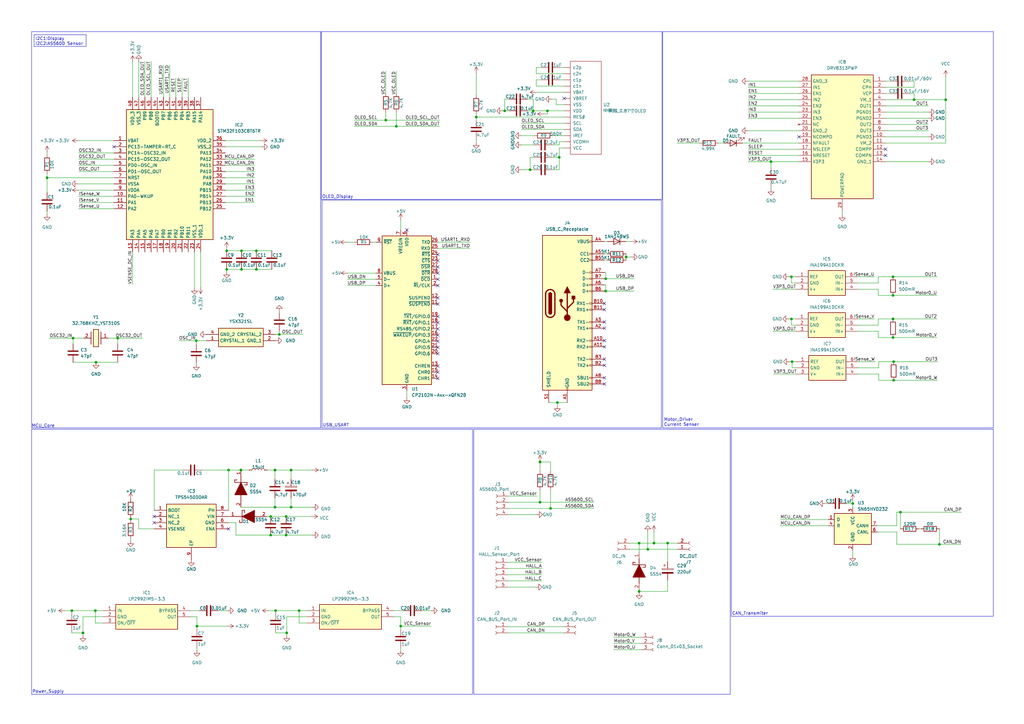
<source format=kicad_sch>
(kicad_sch (version 20230121) (generator eeschema)
  (paper "A3")
  (junction (at 221.488 189.484))
  (junction (at 366.268 130.81))
  (junction (at 349.758 206.502))
  (junction (at 217.424 69.596))
  (junction (at 29.972 138.684))
  (junction (at 164.338 256.794))
  (junction (at 119.38 208.026))
  (junction (at 324.612 113.538))
  (junction (at 117.348 219.456))
  (junction (at 105.156 110.49))
  (junction (at 221.488 205.994))
  (junction (at 162.56 51.816))
  (junction (at 80.772 256.794))
  (junction (at 98.806 192.786))
  (junction (at 366.268 121.158))
  (junction (at 92.964 110.49))
  (junction (at 228.6 165.1))
  (junction (at 366.522 155.956))
  (junction (at 158.242 49.276))
  (junction (at 112.776 192.786))
  (junction (at 110.998 219.456))
  (junction (at 39.116 250.444))
  (junction (at 112.776 208.026))
  (junction (at 218.694 45.466))
  (junction (at 324.612 130.81))
  (junction (at 114.554 137.16))
  (junction (at 34.036 259.588))
  (junction (at 122.682 250.444))
  (junction (at 195.326 48.006))
  (junction (at 110.998 211.836))
  (junction (at 29.464 250.444))
  (junction (at 256.794 105.41))
  (junction (at 92.964 102.87))
  (junction (at 117.602 259.588))
  (junction (at 119.38 192.786))
  (junction (at 385.318 223.266))
  (junction (at 99.06 110.49))
  (junction (at 366.268 113.538))
  (junction (at 117.348 211.836))
  (junction (at 224.536 45.466))
  (junction (at 53.594 212.852))
  (junction (at 262.128 222.758))
  (junction (at 207.01 45.466))
  (junction (at 80.518 139.7))
  (junction (at 39.37 148.59))
  (junction (at 316.23 66.294))
  (junction (at 99.06 102.87))
  (junction (at 387.858 40.894))
  (junction (at 105.156 102.87))
  (junction (at 19.304 72.898))
  (junction (at 366.522 148.336))
  (junction (at 366.268 138.43))
  (junction (at 273.812 222.758))
  (junction (at 262.128 242.57))
  (junction (at 324.866 148.336))
  (junction (at 374.904 40.894))
  (junction (at 48.26 138.684))
  (junction (at 268.224 222.758))
  (junction (at 113.03 250.444))
  (junction (at 265.684 225.298))
  (junction (at 369.316 210.058))
  (junction (at 93.726 192.786))
  (junction (at 225.806 208.534))
  (junction (at 229.362 64.516))
  (junction (at 248.412 114.3))
  (junction (at 248.412 119.38))
  (no_connect (at 247.904 132.08))
  (no_connect (at 179.578 155.194))
  (no_connect (at 179.578 124.714))
  (no_connect (at 166.878 94.234))
  (no_connect (at 247.904 157.48))
  (no_connect (at 179.578 112.014))
  (no_connect (at 179.578 145.034))
  (no_connect (at 179.578 142.494))
  (no_connect (at 327.66 56.134))
  (no_connect (at 179.578 114.554))
  (no_connect (at 363.22 63.754))
  (no_connect (at 93.726 216.916))
  (no_connect (at 63.246 211.836))
  (no_connect (at 179.578 104.394))
  (no_connect (at 179.578 117.094))
  (no_connect (at 179.578 106.934))
  (no_connect (at 247.904 124.46))
  (no_connect (at 247.904 149.86))
  (no_connect (at 179.578 109.474))
  (no_connect (at 179.578 134.874))
  (no_connect (at 179.578 152.654))
  (no_connect (at 63.246 214.376))
  (no_connect (at 247.904 127))
  (no_connect (at 247.904 139.7))
  (no_connect (at 363.22 61.214))
  (no_connect (at 179.578 132.334))
  (no_connect (at 179.578 139.954))
  (no_connect (at 231.394 40.386))
  (no_connect (at 179.578 129.794))
  (no_connect (at 179.578 137.414))
  (no_connect (at 247.904 147.32))
  (no_connect (at 46.736 60.198))
  (no_connect (at 247.904 142.24))
  (no_connect (at 247.904 154.94))
  (no_connect (at 179.578 122.174))
  (no_connect (at 247.904 134.62))
  (no_connect (at 179.578 150.114))
  (wire (pts (xy 372.872 38.354) (xy 374.904 38.354)))
  (wire (pts (xy 208.788 40.64) (xy 207.01 40.64)))
  (wire (pts (xy 366.268 130.81) (xy 384.302 130.81)))
  (wire (pts (xy 265.684 225.298) (xy 277.876 225.298)))
  (wire (pts (xy 363.22 58.674) (xy 387.858 58.674)))
  (wire (pts (xy 249.174 104.14) (xy 247.904 104.14)))
  (wire (pts (xy 195.326 29.972) (xy 195.326 39.116)))
  (wire (pts (xy 380.746 45.974) (xy 363.22 45.974)))
  (wire (pts (xy 251.714 261.366) (xy 262.89 261.366)))
  (wire (pts (xy 306.832 38.354) (xy 327.66 38.354)))
  (wire (pts (xy 92.964 101.854) (xy 92.964 102.87)))
  (wire (pts (xy 80.518 139.7) (xy 73.406 139.7)))
  (wire (pts (xy 306.832 35.814) (xy 327.66 35.814)))
  (wire (pts (xy 105.156 110.49) (xy 111.506 110.49)))
  (wire (pts (xy 84.582 139.7) (xy 80.518 139.7)))
  (wire (pts (xy 61.976 25.146) (xy 61.976 39.878)))
  (wire (pts (xy 69.596 39.878) (xy 69.596 26.67)))
  (wire (pts (xy 19.304 72.898) (xy 46.736 72.898)))
  (wire (pts (xy 96.774 219.456) (xy 110.998 219.456)))
  (wire (pts (xy 109.728 192.786) (xy 112.776 192.786)))
  (wire (pts (xy 208.534 208.534) (xy 225.806 208.534)))
  (wire (pts (xy 53.594 221.742) (xy 53.594 220.98)))
  (wire (pts (xy 29.464 250.444) (xy 39.116 250.444)))
  (wire (pts (xy 48.26 138.684) (xy 44.45 138.684)))
  (wire (pts (xy 256.794 105.41) (xy 256.794 106.68)))
  (wire (pts (xy 251.714 266.446) (xy 262.89 266.446)))
  (wire (pts (xy 125.984 252.984) (xy 117.602 252.984)))
  (wire (pts (xy 268.224 218.186) (xy 268.224 222.758)))
  (wire (pts (xy 324.612 113.538) (xy 326.39 113.538)))
  (wire (pts (xy 360.426 155.956) (xy 366.522 155.956)))
  (wire (pts (xy 208.534 203.454) (xy 220.218 203.454)))
  (wire (pts (xy 316.23 66.294) (xy 327.66 66.294)))
  (wire (pts (xy 122.682 250.444) (xy 125.984 250.444)))
  (wire (pts (xy 221.996 27.686) (xy 219.964 27.686)))
  (wire (pts (xy 247.904 99.06) (xy 249.174 99.06)))
  (wire (pts (xy 248.412 116.84) (xy 248.412 119.38)))
  (wire (pts (xy 247.904 111.76) (xy 248.412 111.76)))
  (wire (pts (xy 145.288 49.276) (xy 158.242 49.276)))
  (wire (pts (xy 367.792 215.646) (xy 359.918 215.646)))
  (wire (pts (xy 161.544 252.984) (xy 164.338 252.984)))
  (wire (pts (xy 109.474 211.836) (xy 110.998 211.836)))
  (wire (pts (xy 74.676 32.004) (xy 74.676 39.878)))
  (wire (pts (xy 164.338 256.794) (xy 164.338 258.064)))
  (wire (pts (xy 306.832 33.274) (xy 327.66 33.274)))
  (wire (pts (xy 228.092 40.64) (xy 228.092 42.926)))
  (wire (pts (xy 164.338 90.17) (xy 164.338 94.234)))
  (wire (pts (xy 317.246 153.416) (xy 326.644 153.416)))
  (wire (pts (xy 367.792 218.186) (xy 367.792 223.266)))
  (wire (pts (xy 262.128 243.078) (xy 262.128 242.57)))
  (wire (pts (xy 224.536 46.736) (xy 224.536 45.466)))
  (wire (pts (xy 32.258 85.598) (xy 46.736 85.598)))
  (wire (pts (xy 179.578 101.854) (xy 192.786 101.854)))
  (wire (pts (xy 104.394 77.978) (xy 92.456 77.978)))
  (wire (pts (xy 104.394 75.438) (xy 92.456 75.438)))
  (wire (pts (xy 262.128 222.758) (xy 268.224 222.758)))
  (wire (pts (xy 165.354 250.444) (xy 161.544 250.444)))
  (wire (pts (xy 316.23 77.47) (xy 316.23 76.454)))
  (wire (pts (xy 225.806 200.914) (xy 225.806 208.534)))
  (wire (pts (xy 349.758 205.232) (xy 349.758 206.502)))
  (wire (pts (xy 273.812 222.758) (xy 273.812 230.378)))
  (wire (pts (xy 218.694 45.466) (xy 224.536 45.466)))
  (wire (pts (xy 92.964 111.506) (xy 92.964 110.49)))
  (wire (pts (xy 112.776 208.026) (xy 119.38 208.026)))
  (wire (pts (xy 195.326 46.736) (xy 195.326 48.006)))
  (wire (pts (xy 306.832 40.894) (xy 327.66 40.894)))
  (wire (pts (xy 273.812 237.998) (xy 273.812 242.57)))
  (wire (pts (xy 262.128 242.57) (xy 262.128 241.808)))
  (wire (pts (xy 365.252 33.274) (xy 363.22 33.274)))
  (wire (pts (xy 387.858 31.496) (xy 387.858 40.894)))
  (wire (pts (xy 304.546 58.674) (xy 327.66 58.674)))
  (wire (pts (xy 294.64 58.674) (xy 296.926 58.674)))
  (wire (pts (xy 226.568 59.436) (xy 229.362 59.436)))
  (wire (pts (xy 360.172 135.89) (xy 360.172 138.43)))
  (wire (pts (xy 226.822 55.626) (xy 231.394 55.626)))
  (wire (pts (xy 351.79 130.81) (xy 358.648 130.81)))
  (wire (pts (xy 67.056 39.878) (xy 67.056 26.67)))
  (wire (pts (xy 363.22 56.134) (xy 380.746 56.134)))
  (wire (pts (xy 385.318 223.266) (xy 394.208 223.266)))
  (wire (pts (xy 113.03 137.16) (xy 114.554 137.16)))
  (wire (pts (xy 219.964 27.686) (xy 219.964 30.226)))
  (wire (pts (xy 63.246 216.916) (xy 56.896 216.916)))
  (wire (pts (xy 32.258 67.818) (xy 46.736 67.818)))
  (wire (pts (xy 93.726 192.786) (xy 82.804 192.786)))
  (wire (pts (xy 229.616 27.686) (xy 231.394 27.686)))
  (wire (pts (xy 72.136 32.004) (xy 72.136 39.878)))
  (wire (pts (xy 80.772 266.7) (xy 80.772 265.684)))
  (wire (pts (xy 360.172 130.81) (xy 366.268 130.81)))
  (wire (pts (xy 217.424 64.516) (xy 217.424 69.596)))
  (wire (pts (xy 221.488 189.484) (xy 225.806 189.484)))
  (wire (pts (xy 258.318 222.758) (xy 262.128 222.758)))
  (wire (pts (xy 19.304 87.884) (xy 19.304 86.614)))
  (wire (pts (xy 154.178 117.094) (xy 142.494 117.094)))
  (wire (pts (xy 360.172 113.538) (xy 366.268 113.538)))
  (wire (pts (xy 316.992 118.618) (xy 326.39 118.618)))
  (wire (pts (xy 316.23 66.294) (xy 316.23 68.834)))
  (wire (pts (xy 320.04 213.106) (xy 339.598 213.106)))
  (wire (pts (xy 347.218 206.502) (xy 349.758 206.502)))
  (wire (pts (xy 117.348 219.456) (xy 128.016 219.456)))
  (wire (pts (xy 248.412 119.38) (xy 247.904 119.38)))
  (wire (pts (xy 268.224 222.758) (xy 273.812 222.758)))
  (wire (pts (xy 208.28 233.172) (xy 222.25 233.172)))
  (wire (pts (xy 213.868 50.546) (xy 231.394 50.546)))
  (wire (pts (xy 162.56 29.21) (xy 162.56 38.354)))
  (wire (pts (xy 19.304 62.484) (xy 19.304 63.5)))
  (wire (pts (xy 80.772 256.794) (xy 93.218 256.794)))
  (wire (pts (xy 48.26 140.97) (xy 48.26 138.684)))
  (wire (pts (xy 217.424 69.596) (xy 218.948 69.596)))
  (wire (pts (xy 324.612 116.078) (xy 324.612 113.538)))
  (wire (pts (xy 39.116 255.524) (xy 39.116 250.444)))
  (wire (pts (xy 112.776 192.786) (xy 119.38 192.786)))
  (wire (pts (xy 324.612 130.81) (xy 326.39 130.81)))
  (wire (pts (xy 81.788 250.444) (xy 77.978 250.444)))
  (wire (pts (xy 92.964 110.49) (xy 99.06 110.49)))
  (wire (pts (xy 221.996 32.766) (xy 219.964 32.766)))
  (wire (pts (xy 207.01 40.64) (xy 207.01 45.466)))
  (wire (pts (xy 154.178 114.554) (xy 142.494 114.554)))
  (wire (pts (xy 221.488 205.994) (xy 243.586 205.994)))
  (wire (pts (xy 208.28 238.252) (xy 222.25 238.252)))
  (wire (pts (xy 104.394 65.278) (xy 92.456 65.278)))
  (wire (pts (xy 112.776 204.216) (xy 112.776 208.026)))
  (wire (pts (xy 98.806 192.786) (xy 102.108 192.786)))
  (wire (pts (xy 351.79 118.618) (xy 360.172 118.618)))
  (wire (pts (xy 219.964 37.846) (xy 231.394 37.846)))
  (wire (pts (xy 206.248 45.466) (xy 207.01 45.466)))
  (wire (pts (xy 117.602 259.588) (xy 117.602 260.604)))
  (wire (pts (xy 377.698 216.916) (xy 376.936 216.916)))
  (wire (pts (xy 366.522 148.336) (xy 384.556 148.336)))
  (wire (pts (xy 248.412 114.3) (xy 260.096 114.3)))
  (wire (pts (xy 226.568 69.596) (xy 229.362 69.596)))
  (wire (pts (xy 360.172 116.078) (xy 360.172 113.538)))
  (wire (pts (xy 225.806 208.534) (xy 243.586 208.534)))
  (wire (pts (xy 213.868 53.086) (xy 231.394 53.086)))
  (wire (pts (xy 258.318 225.298) (xy 265.684 225.298)))
  (wire (pts (xy 363.22 48.514) (xy 380.746 48.514)))
  (wire (pts (xy 119.38 196.596) (xy 119.38 192.786)))
  (wire (pts (xy 107.188 60.198) (xy 92.456 60.198)))
  (wire (pts (xy 360.172 121.158) (xy 366.268 121.158)))
  (wire (pts (xy 113.03 259.588) (xy 117.602 259.588)))
  (wire (pts (xy 158.242 45.974) (xy 158.242 49.276)))
  (wire (pts (xy 208.534 211.074) (xy 219.964 211.074)))
  (wire (pts (xy 20.32 138.684) (xy 29.972 138.684)))
  (wire (pts (xy 367.792 218.186) (xy 359.918 218.186)))
  (wire (pts (xy 32.258 83.058) (xy 46.736 83.058)))
  (wire (pts (xy 369.316 210.058) (xy 369.316 216.916)))
  (wire (pts (xy 338.582 206.502) (xy 339.598 206.502)))
  (wire (pts (xy 164.338 252.984) (xy 164.338 256.794)))
  (wire (pts (xy 326.39 133.35) (xy 324.612 133.35)))
  (wire (pts (xy 152.908 99.314) (xy 154.178 99.314)))
  (wire (pts (xy 229.362 58.166) (xy 231.394 58.166)))
  (wire (pts (xy 213.868 69.596) (xy 217.424 69.596)))
  (wire (pts (xy 221.488 200.914) (xy 221.488 205.994)))
  (wire (pts (xy 104.394 70.358) (xy 92.456 70.358)))
  (wire (pts (xy 29.464 259.08) (xy 29.464 259.588)))
  (wire (pts (xy 374.904 33.274) (xy 372.872 33.274)))
  (wire (pts (xy 228.6 165.1) (xy 225.044 165.1)))
  (wire (pts (xy 351.79 133.35) (xy 360.172 133.35)))
  (wire (pts (xy 112.776 196.596) (xy 112.776 192.786)))
  (wire (pts (xy 229.362 64.516) (xy 229.362 60.706)))
  (wire (pts (xy 363.22 35.814) (xy 374.904 35.814)))
  (wire (pts (xy 351.79 116.078) (xy 360.172 116.078)))
  (wire (pts (xy 93.218 250.444) (xy 89.408 250.444)))
  (wire (pts (xy 39.116 250.444) (xy 42.418 250.444)))
  (wire (pts (xy 42.418 255.524) (xy 39.116 255.524)))
  (wire (pts (xy 106.934 57.658) (xy 92.456 57.658)))
  (wire (pts (xy 117.348 211.836) (xy 127.762 211.836)))
  (wire (pts (xy 53.594 212.344) (xy 53.594 212.852)))
  (wire (pts (xy 219.964 32.766) (xy 219.964 35.306)))
  (wire (pts (xy 228.6 165.1) (xy 232.664 165.1)))
  (wire (pts (xy 119.38 208.026) (xy 128.016 208.026)))
  (wire (pts (xy 219.964 30.226) (xy 231.394 30.226)))
  (wire (pts (xy 323.85 148.336) (xy 324.866 148.336)))
  (wire (pts (xy 114.554 127.762) (xy 114.554 128.27)))
  (wire (pts (xy 142.494 112.014) (xy 154.178 112.014)))
  (wire (pts (xy 117.602 252.984) (xy 117.602 259.588)))
  (wire (pts (xy 164.338 266.7) (xy 164.338 265.684)))
  (wire (pts (xy 256.794 105.41) (xy 256.794 104.14)))
  (wire (pts (xy 221.488 189.484) (xy 221.488 193.294)))
  (wire (pts (xy 58.42 138.684) (xy 48.26 138.684)))
  (wire (pts (xy 114.554 135.89) (xy 114.554 137.16)))
  (wire (pts (xy 228.6 166.37) (xy 228.6 165.1)))
  (wire (pts (xy 351.79 135.89) (xy 360.172 135.89)))
  (wire (pts (xy 352.044 148.336) (xy 358.902 148.336)))
  (wire (pts (xy 374.904 35.814) (xy 374.904 33.274)))
  (wire (pts (xy 79.756 118.11) (xy 79.756 103.378)))
  (wire (pts (xy 29.972 140.97) (xy 29.972 138.684)))
  (wire (pts (xy 93.726 214.376) (xy 96.774 214.376)))
  (wire (pts (xy 366.268 113.538) (xy 384.302 113.538)))
  (wire (pts (xy 360.172 118.618) (xy 360.172 121.158)))
  (wire (pts (xy 248.412 114.3) (xy 247.904 114.3)))
  (wire (pts (xy 384.556 155.956) (xy 366.522 155.956)))
  (wire (pts (xy 195.326 48.006) (xy 231.394 48.006)))
  (wire (pts (xy 77.978 252.984) (xy 80.772 252.984)))
  (wire (pts (xy 208.28 259.588) (xy 231.14 259.588)))
  (wire (pts (xy 352.044 153.416) (xy 360.426 153.416)))
  (wire (pts (xy 142.24 99.314) (xy 145.288 99.314)))
  (wire (pts (xy 145.288 51.816) (xy 162.56 51.816)))
  (wire (pts (xy 112.776 208.026) (xy 98.806 208.026)))
  (wire (pts (xy 218.694 40.64) (xy 218.694 45.466)))
  (wire (pts (xy 32.258 65.278) (xy 46.736 65.278)))
  (wire (pts (xy 229.362 60.706) (xy 231.394 60.706)))
  (wire (pts (xy 369.316 210.058) (xy 394.462 210.058)))
  (wire (pts (xy 277.622 58.674) (xy 287.02 58.674)))
  (wire (pts (xy 273.812 242.57) (xy 262.128 242.57)))
  (wire (pts (xy 110.236 250.444) (xy 113.03 250.444)))
  (wire (pts (xy 387.858 40.894) (xy 387.858 58.674)))
  (wire (pts (xy 258.826 105.41) (xy 256.794 105.41)))
  (wire (pts (xy 42.418 252.984) (xy 34.036 252.984)))
  (wire (pts (xy 306.832 43.434) (xy 327.66 43.434)))
  (wire (pts (xy 80.518 141.224) (xy 80.518 139.7)))
  (wire (pts (xy 326.644 150.876) (xy 324.866 150.876)))
  (wire (pts (xy 363.22 51.054) (xy 380.746 51.054)))
  (wire (pts (xy 54.356 25.4) (xy 54.356 39.878)))
  (wire (pts (xy 351.79 113.538) (xy 358.648 113.538)))
  (wire (pts (xy 324.866 150.876) (xy 324.866 148.336)))
  (wire (pts (xy 195.326 58.42) (xy 195.326 56.896)))
  (wire (pts (xy 219.964 35.306) (xy 231.394 35.306)))
  (wire (pts (xy 94.234 211.836) (xy 93.726 211.836)))
  (wire (pts (xy 176.784 250.444) (xy 172.974 250.444)))
  (wire (pts (xy 32.258 57.658) (xy 46.736 57.658)))
  (wire (pts (xy 93.726 192.786) (xy 93.726 209.296)))
  (wire (pts (xy 320.04 215.646) (xy 339.598 215.646)))
  (wire (pts (xy 122.682 255.524) (xy 122.682 250.444)))
  (wire (pts (xy 110.998 219.456) (xy 117.348 219.456)))
  (wire (pts (xy 216.408 40.64) (xy 218.694 40.64)))
  (wire (pts (xy 110.998 211.836) (xy 117.348 211.836)))
  (wire (pts (xy 273.812 222.758) (xy 277.876 222.758)))
  (wire (pts (xy 367.792 210.058) (xy 367.792 215.646)))
  (wire (pts (xy 119.38 192.786) (xy 128.016 192.786)))
  (wire (pts (xy 80.772 256.794) (xy 80.772 258.064)))
  (wire (pts (xy 63.246 209.296) (xy 63.246 192.786)))
  (wire (pts (xy 367.792 223.266) (xy 385.318 223.266)))
  (wire (pts (xy 324.866 148.336) (xy 326.644 148.336)))
  (wire (pts (xy 349.758 225.806) (xy 349.758 227.838)))
  (wire (pts (xy 166.878 163.068) (xy 166.878 160.274)))
  (wire (pts (xy 208.28 240.792) (xy 219.71 240.792)))
  (wire (pts (xy 179.578 99.314) (xy 192.786 99.314)))
  (wire (pts (xy 306.832 66.294) (xy 316.23 66.294)))
  (wire (pts (xy 385.318 216.916) (xy 385.318 223.266)))
  (wire (pts (xy 221.488 189.23) (xy 221.488 189.484)))
  (wire (pts (xy 208.534 205.994) (xy 221.488 205.994)))
  (wire (pts (xy 360.426 150.876) (xy 360.426 148.336)))
  (wire (pts (xy 93.726 192.786) (xy 98.806 192.786)))
  (wire (pts (xy 316.992 135.89) (xy 326.39 135.89)))
  (wire (pts (xy 99.06 110.49) (xy 105.156 110.49)))
  (wire (pts (xy 26.67 250.444) (xy 29.464 250.444)))
  (wire (pts (xy 216.408 45.466) (xy 218.694 45.466)))
  (wire (pts (xy 32.258 70.358) (xy 46.736 70.358)))
  (wire (pts (xy 249.174 106.68) (xy 247.904 106.68)))
  (wire (pts (xy 34.036 259.588) (xy 34.036 260.604)))
  (wire (pts (xy 352.044 150.876) (xy 360.426 150.876)))
  (wire (pts (xy 363.22 40.894) (xy 374.904 40.894)))
  (wire (pts (xy 228.092 42.926) (xy 231.394 42.926)))
  (wire (pts (xy 59.436 25.146) (xy 59.436 39.878)))
  (wire (pts (xy 29.464 259.588) (xy 34.036 259.588)))
  (wire (pts (xy 306.832 48.514) (xy 327.66 48.514)))
  (wire (pts (xy 265.684 218.186) (xy 265.684 225.298)))
  (wire (pts (xy 80.772 252.984) (xy 80.772 256.794)))
  (wire (pts (xy 208.28 235.712) (xy 222.25 235.712)))
  (wire (pts (xy 360.172 138.43) (xy 366.268 138.43)))
  (wire (pts (xy 324.612 133.35) (xy 324.612 130.81)))
  (wire (pts (xy 39.37 148.59) (xy 29.972 148.59)))
  (wire (pts (xy 96.774 214.376) (xy 96.774 219.456)))
  (wire (pts (xy 162.56 51.816) (xy 180.34 51.816)))
  (wire (pts (xy 82.296 117.856) (xy 82.296 103.378)))
  (wire (pts (xy 113.03 250.444) (xy 122.682 250.444)))
  (wire (pts (xy 53.594 212.852) (xy 56.896 212.852)))
  (wire (pts (xy 207.01 45.466) (xy 208.788 45.466)))
  (wire (pts (xy 262.128 222.758) (xy 262.128 226.568)))
  (wire (pts (xy 53.594 212.852) (xy 53.594 213.36)))
  (wire (pts (xy 77.216 32.004) (xy 77.216 39.878)))
  (wire (pts (xy 213.868 59.436) (xy 218.948 59.436)))
  (wire (pts (xy 323.596 113.538) (xy 324.612 113.538)))
  (wire (pts (xy 213.868 55.626) (xy 219.202 55.626)))
  (wire (pts (xy 326.39 116.078) (xy 324.612 116.078)))
  (wire (pts (xy 164.338 256.794) (xy 176.784 256.794)))
  (wire (pts (xy 360.426 148.336) (xy 366.522 148.336)))
  (wire (pts (xy 56.896 25.146) (xy 56.896 39.878)))
  (wire (pts (xy 223.012 46.736) (xy 224.536 46.736)))
  (wire (pts (xy 113.03 251.46) (xy 113.03 250.444)))
  (wire (pts (xy 99.06 102.87) (xy 105.156 102.87)))
  (wire (pts (xy 113.03 259.08) (xy 113.03 259.588)))
  (wire (pts (xy 80.518 149.352) (xy 80.518 148.844)))
  (wire (pts (xy 224.536 45.466) (xy 231.394 45.466)))
  (wire (pts (xy 104.394 80.518) (xy 92.456 80.518)))
  (wire (pts (xy 247.904 116.84) (xy 248.412 116.84)))
  (wire (pts (xy 323.596 130.81) (xy 324.612 130.81)))
  (wire (pts (xy 251.714 263.906) (xy 262.89 263.906)))
  (wire (pts (xy 29.972 138.684) (xy 34.29 138.684)))
  (wire (pts (xy 208.28 230.632) (xy 222.25 230.632)))
  (wire (pts (xy 384.302 121.158) (xy 366.268 121.158)))
  (wire (pts (xy 162.56 45.974) (xy 162.56 51.816)))
  (wire (pts (xy 225.806 189.484) (xy 225.806 193.294)))
  (wire (pts (xy 63.246 192.786) (xy 75.184 192.786)))
  (wire (pts (xy 384.302 138.43) (xy 366.268 138.43)))
  (wire (pts (xy 29.464 251.46) (xy 29.464 250.444)))
  (wire (pts (xy 363.22 38.354) (xy 365.252 38.354)))
  (wire (pts (xy 226.568 64.516) (xy 229.362 64.516)))
  (wire (pts (xy 158.242 49.276) (xy 180.34 49.276)))
  (wire (pts (xy 32.258 62.738) (xy 46.736 62.738)))
  (wire (pts (xy 104.394 67.818) (xy 92.456 67.818)))
  (wire (pts (xy 349.758 206.502) (xy 349.758 208.026)))
  (wire (pts (xy 92.964 102.87) (xy 99.06 102.87)))
  (wire (pts (xy 105.156 102.87) (xy 111.506 102.87)))
  (wire (pts (xy 32.258 80.518) (xy 46.736 80.518)))
  (wire (pts (xy 306.832 53.594) (xy 327.66 53.594)))
  (wire (pts (xy 306.832 63.754) (xy 327.66 63.754)))
  (wire (pts (xy 195.326 49.276) (xy 195.326 48.006)))
  (wire (pts (xy 363.22 66.294) (xy 380.746 66.294)))
  (wire (pts (xy 32.258 77.978) (xy 46.736 77.978)))
  (wire (pts (xy 256.794 99.06) (xy 258.826 99.06)))
  (wire (pts (xy 104.394 83.058) (xy 92.456 83.058)))
  (wire (pts (xy 363.22 53.594) (xy 380.746 53.594)))
  (wire (pts (xy 32.004 75.438) (xy 46.736 75.438)))
  (wire (pts (xy 345.44 86.614) (xy 345.44 88.138)))
  (wire (pts (xy 34.036 252.984) (xy 34.036 259.588)))
  (wire (pts (xy 248.412 119.38) (xy 260.096 119.38)))
  (wire (pts (xy 39.37 148.59) (xy 48.26 148.59)))
  (wire (pts (xy 54.356 116.586) (xy 54.356 103.378)))
  (wire (pts (xy 374.904 40.894) (xy 387.858 40.894)))
  (wire (pts (xy 19.304 71.12) (xy 19.304 72.898)))
  (wire (pts (xy 229.616 32.766) (xy 231.394 32.766)))
  (wire (pts (xy 367.792 210.058) (xy 369.316 210.058)))
  (wire (pts (xy 374.904 38.354) (xy 374.904 40.894)))
  (wire (pts (xy 158.242 29.21) (xy 158.242 38.354)))
  (wire (pts (xy 229.362 59.436) (xy 229.362 58.166)))
  (wire (pts (xy 226.314 40.64) (xy 228.092 40.64)))
  (wire (pts (xy 125.984 255.524) (xy 122.682 255.524)))
  (wire (pts (xy 306.832 45.974) (xy 327.66 45.974)))
  (wire (pts (xy 363.22 43.434) (xy 380.746 43.434)))
  (wire (pts (xy 114.554 137.16) (xy 124.206 137.16)))
  (wire (pts (xy 360.172 133.35) (xy 360.172 130.81)))
  (wire (pts (xy 208.28 257.048) (xy 231.14 257.048)))
  (wire (pts (xy 248.412 111.76) (xy 248.412 114.3)))
  (wire (pts (xy 218.948 64.516) (xy 217.424 64.516)))
  (wire (pts (xy 306.832 61.214) (xy 327.66 61.214)))
  (wire (pts (xy 119.38 204.216) (xy 119.38 208.026)))
  (wire (pts (xy 19.304 78.994) (xy 19.304 72.898)))
  (wire (pts (xy 229.362 69.596) (xy 229.362 64.516)))
  (wire (pts (xy 360.426 153.416) (xy 360.426 155.956)))
  (wire (pts (xy 56.896 216.916) (xy 56.896 212.852)))
  (wire (pts (xy 104.394 72.898) (xy 92.456 72.898)))
  (rectangle (start 132.08 82.042) (end 271.272 175.514))
  (rectangle (start 12.954 12.954) (end 131.572 175.514))
  (rectangle (start 13.97 14.224) (end 35.306 19.05))
  (rectangle (start 299.974 176.022) (end 407.416 252.73))
  (rectangle (start 194.31 176.022) (end 299.466 284.734))
  (rectangle (start 131.826 12.954) (end 271.526 81.788))
  (rectangle (start 271.78 12.954) (end 407.416 175.514))
  (rectangle (start 12.954 176.022) (end 193.802 284.734))
  (text "Power_Supply" (at 13.208 284.48 0) (effects (font (size 1.27 1.27)) (justify left bottom)))
  (text "I2C1:Display\nI2C2:AS5600 Sensor" (at 14.478 18.796 0) (effects (font (size 1.27 1.27)) (justify left bottom)))
  (text "Motor_Driver\nCurrent Senser" (at 272.288 175.006 0) (effects (font (size 1.27 1.27)) (justify left bottom)))
  (text "CAN_Transmiter" (at 300.228 252.476 0) (effects (font (size 1.27 1.27)) (justify left bottom)))
  (text "MCU_Core" (at 12.954 175.514 0) (effects (font (size 1.27 1.27)) (justify left bottom)))
  (text "USB_USART\n" (at 132.334 175.26 0) (effects (font (size 1.27 1.27)) (justify left bottom)))
  (text "OLED_Display" (at 132.08 81.534 0) (effects (font (size 1.27 1.27)) (justify left bottom)))
  (label "FAULT" (at 77.216 32.004 270))
  (label "USB_DN" (at 260.096 114.3 180))
  (label "EN2" (at 306.832 43.434 0))
  (label "HALL_A" (at 222.25 233.172 180))
  (label "VCC_Sensor" (at 220.218 203.454 180))
  (label "OLED_SCL_OUT" (at 180.34 49.276 180))
  (label "ISense_V" (at 358.648 130.81 180))
  (label "OLED_SCL" (at 213.868 50.546 0))
  (label "OUT3" (at 384.556 148.336 180))
  (label "MCU_CAN_DN" (at 104.394 67.818 180))
  (label "USB_DN" (at 142.494 114.554 0))
  (label "IN1" (at 306.832 35.814 0))
  (label "RESET" (at 72.136 32.004 270))
  (label "CAN_DN" (at 223.52 259.588 180))
  (label "IN3" (at 104.394 70.358 180))
  (label "AS5600_SDA" (at 243.586 208.534 180))
  (label "OLED_SDA" (at 145.288 51.816 0))
  (label "VCC_Sensor" (at 222.25 230.632 180))
  (label "ISense_V" (at 32.258 83.058 0))
  (label "CAN_DP" (at 223.52 257.048 180))
  (label "USART1_TXD" (at 192.786 101.854 180))
  (label "OSC_OUT" (at 124.206 137.16 180))
  (label "CAN_DP" (at 394.462 210.058 180))
  (label "EN1" (at 306.832 38.354 0))
  (label "ISense_U" (at 358.648 113.538 180))
  (label "V3P3_OUT" (at 316.992 118.618 0))
  (label "EN2" (at 104.394 80.518 180))
  (label "IN1" (at 104.394 75.438 180))
  (label "VCC_Sensor" (at 176.784 256.794 180))
  (label "IN2" (at 104.394 72.898 180))
  (label "OUT1" (at 384.302 113.538 180))
  (label "USB_DP" (at 142.494 117.094 0))
  (label "V3P3_OUT" (at 306.832 66.294 0))
  (label "Motor0_V" (at 384.302 138.43 180))
  (label "Motor0_V" (at 251.714 263.906 0))
  (label "ISense_W" (at 32.258 80.518 0))
  (label "OLED_SCL" (at 145.288 49.276 0))
  (label "V3P3_OUT" (at 316.992 135.89 0))
  (label "FAULT" (at 306.832 58.674 0))
  (label "OLED_SDA_OUT" (at 180.34 51.816 180))
  (label "OSC32_IN" (at 20.32 138.684 0))
  (label "OSC32_OUT" (at 32.258 65.278 0))
  (label "Motor0_U" (at 251.714 266.446 0))
  (label "RESET" (at 306.832 63.754 0))
  (label "OLED_SDA_OUT" (at 59.436 25.146 270))
  (label "OSC32_OUT" (at 58.42 138.684 180))
  (label "ISense_U" (at 32.258 85.598 0))
  (label "ISense_W" (at 358.902 148.336 180))
  (label "OSC_IN" (at 73.406 139.7 0))
  (label "MCU_CAN_DN" (at 320.04 215.646 0))
  (label "OLED_SDA" (at 213.868 53.086 0))
  (label "OUT3" (at 380.746 53.594 180))
  (label "CAN_DN" (at 394.208 223.266 180))
  (label "SLEEP" (at 306.832 61.214 0))
  (label "V3P3_OUT" (at 317.246 153.416 0))
  (label "OSC_IN" (at 32.258 67.818 0))
  (label "USART1_RXD" (at 192.786 99.314 180))
  (label "IN3" (at 306.832 45.974 0))
  (label "USART1_RXD" (at 67.056 26.67 270))
  (label "VCC_OLED" (at 162.56 29.21 270))
  (label "Motor0_W" (at 251.714 261.366 0))
  (label "OUT2" (at 384.302 130.81 180))
  (label "EN1" (at 104.394 83.058 180))
  (label "Motor0_U" (at 384.302 121.158 180))
  (label "OUT2" (at 380.746 51.054 180))
  (label "SLEEP" (at 74.676 32.004 270))
  (label "MCU_CAN_DP" (at 320.04 213.106 0))
  (label "USB_DP" (at 260.096 119.38 180))
  (label "USART1_TXD" (at 69.596 26.67 270))
  (label "V3P3_OUT" (at 277.622 58.674 0))
  (label "IN2" (at 306.832 40.894 0))
  (label "OSC_OUT" (at 32.258 70.358 0))
  (label "EN3" (at 306.832 48.514 0))
  (label "OUT1" (at 380.746 43.434 180))
  (label "HALL_C" (at 222.25 238.252 180))
  (label "MCU_CAN_DP" (at 104.394 65.278 180))
  (label "HALL_B" (at 222.25 235.712 180))
  (label "EN3" (at 104.394 77.978 180))
  (label "Motor0_W" (at 384.556 155.956 180))
  (label "VCC_OLED" (at 158.242 29.21 270))
  (label "OSC32_IN" (at 32.258 62.738 0))
  (label "OLED_SCL_OUT" (at 61.976 25.146 270))
  (label "AS5600_SCL" (at 243.586 205.994 180))
  (label "VSENSE_DC_IN" (at 54.356 116.586 90))
  (symbol (lib_id "oled:R") (at 223.012 55.626 90) (unit 1)
    (property "Reference" "R9" (at 224.282 55.626 90) (effects (justify left)))
    (property "Value" "560K" (at 230.632 54.864 90) (effects (justify left)))
    (property "Footprint" "Resistor_SMD:R_0603_1608Metric" (effects hide))
  )
  (symbol (lib_id "power:GND") (at 164.338 266.7 0) (unit 1)
    (property "Reference" "#PWR036" (effects hide))
    (property "Value" "GND" (at 164.338 271.78 0))
  )
  (symbol (lib_id "SamacSys_Parts:DRV8313PWP") (at 363.22 33.274 0) (mirror y) (unit 1)
    (property "Reference" "IC8" (at 345.44 25.4 0))
    (property "Value" "DRV8313PWP" (at 345.44 27.94 0))
    (property "Footprint" "SOP65P640X120-29N" (effects hide))
    (property "Datasheet" "http://www.ti.com/lit/gpn/drv8313" (effects hide))
    (property "Height" "1.2" (effects hide))
    (property "Manufacturer_Name" "Texas Instruments" (effects hide))
    (property "Manufacturer_Part_Number" "DRV8313PWP" (effects hide))
    (property "Mouser Part Number" "595-DRV8313PWP" (effects hide))
    (property "Mouser Price/Stock" "https://www.mouser.co.uk/ProductDetail/Texas-Instruments/DRV8313PWP?qs=aQEsdMNF%2FMxhZX%2FpCdLUTw%3D%3D" (effects hide))
    (property "Arrow Part Number" "DRV8313PWP" (effects hide))
    (property "Arrow Price/Stock" "https://www.arrow.com/en/products/drv8313pwp/texas-instruments?region=nac" (effects hide))
  )
  (symbol (lib_id "oled:C") (at 225.806 27.686 90) (unit 1)
    (property "Reference" "C27" (at 223.52 26.67 90))
    (property "Value" "1uF" (at 228.6 26.67 90))
    (property "Footprint" "Capacitor_SMD:C_0603_1608Metric" (effects hide))
  )
  (symbol (lib_id "power:GND") (at 380.746 45.974 90) (mirror x) (unit 1)
    (property "Reference" "#PWR067" (effects hide))
    (property "Value" "GND" (at 383.54 45.974 90) (effects (justify right)))
  )
  (symbol (lib_id "Device:R") (at 381.508 216.916 270) (unit 1)
    (property "Reference" "R18" (at 383.286 216.916 90) (effects (justify right)))
    (property "Value" "0R" (at 382.778 214.884 90) (effects (justify right)))
    (property "Footprint" "Resistor_SMD:R_0603_1608Metric" (effects hide))
  )
  (symbol (lib_id "power:+5V") (at 128.016 192.786 270) (unit 1)
    (property "Reference" "#PWR030" (effects hide))
    (property "Value" "+5V" (at 130.556 192.786 90) (effects (justify left)))
  )
  (symbol (lib_id "power:GND") (at 380.746 48.514 90) (mirror x) (unit 1)
    (property "Reference" "#PWR068" (effects hide))
    (property "Value" "GND" (at 383.54 48.514 90) (effects (justify right)))
  )
  (symbol (lib_id "power:GND") (at 107.188 60.198 90) (unit 1)
    (property "Reference" "#PWR024" (effects hide))
    (property "Value" "GND" (at 112.776 60.198 90))
  )
  (symbol (lib_id "power:+3.3V") (at 32.258 57.658 90) (unit 1)
    (property "Reference" "#PWR05" (effects hide))
    (property "Value" "+3.3V" (at 28.448 57.658 90) (effects (justify left)))
  )
  (symbol (lib_id "Device:C") (at 48.26 144.78 0) (unit 1)
    (property "Reference" "C4" (at 52.07 143.51 0) (effects (justify left)))
    (property "Value" "47pf" (at 52.07 146.05 0) (effects (justify left)))
    (property "Footprint" "Capacitor_SMD:C_0603_1608Metric" (effects hide))
  )
  (symbol (lib_id "oled:C") (at 212.598 40.64 90) (unit 1)
    (property "Reference" "C22" (at 209.296 39.624 90))
    (property "Value" "4.7uF" (at 216.408 39.624 90))
    (property "Footprint" "Capacitor_SMD:C_0603_1608Metric" (effects hide))
  )
  (symbol (lib_id "power:GND") (at 113.03 139.7 90) (unit 1)
    (property "Reference" "#PWR026" (effects hide))
    (property "Value" "GND" (at 117.094 139.7 90) (effects (justify right)))
  )
  (symbol (lib_id "Connector:Conn_01x02_Socket") (at 253.238 225.298 180) (unit 1)
    (property "Reference" "J6" (at 253.873 230.632 0))
    (property "Value" "DC_IN" (at 253.873 228.092 0))
    (property "Footprint" "Connector_AMASS:AMASS_XT30PW-M_1x02_P2.50mm_Horizontal" (effects hide))
  )
  (symbol (lib_id "power:GND") (at 306.832 53.594 270) (unit 1)
    (property "Reference" "#PWR058" (effects hide))
    (property "Value" "GND" (at 302.768 53.594 90) (effects (justify right)))
  )
  (symbol (lib_id "power:GND") (at 128.016 219.456 90) (unit 1)
    (property "Reference" "#PWR032" (effects hide))
    (property "Value" "GND" (at 131.572 220.091 90) (effects (justify right)))
  )
  (symbol (lib_id "Device:C_Polarized") (at 119.38 200.406 0) (unit 1)
    (property "Reference" "C18" (at 119.38 197.866 0) (effects (justify left)))
    (property "Value" "470uF" (at 119.888 202.946 0) (effects (justify left)))
    (property "Footprint" "Capacitor_SMD:CP_Elec_6.3x5.7" (effects hide))
  )
  (symbol (lib_id "Device:C") (at 99.06 106.68 0) (unit 1)
    (property "Reference" "C10" (at 99.314 104.648 0) (effects (justify left)))
    (property "Value" "0.1uF" (at 99.568 108.712 0) (effects (justify left)))
    (property "Footprint" "Capacitor_SMD:C_0603_1608Metric" (effects hide))
  )
  (symbol (lib_id "power:GND") (at 206.248 45.466 270) (unit 1)
    (property "Reference" "#PWR041" (effects hide))
    (property "Value" "GND" (at 203.454 45.466 90) (effects (justify right)))
  )
  (symbol (lib_id "power:GND") (at 176.784 250.444 90) (unit 1)
    (property "Reference" "#PWR038" (effects hide))
    (property "Value" "GND" (at 180.848 250.444 90) (effects (justify right)))
  )
  (symbol (lib_id "Device:R") (at 19.304 67.31 180) (unit 1)
    (property "Reference" "R1" (at 19.304 66.04 90) (effects (justify left)))
    (property "Value" "10K" (at 21.336 65.532 90) (effects (justify left)))
    (property "Footprint" "Resistor_SMD:R_0603_1608Metric" (effects hide))
  )
  (symbol (lib_id "power:GND") (at 80.518 149.352 0) (unit 1)
    (property "Reference" "#PWR015" (effects hide))
    (property "Value" "GND" (at 80.518 154.178 0))
  )
  (symbol (lib_id "oled:C") (at 212.598 45.466 90) (unit 1)
    (property "Reference" "C23" (at 209.55 44.45 90))
    (property "Value" "0.1uF" (at 216.154 44.45 90))
    (property "Footprint" "Capacitor_SMD:C_0603_1608Metric" (effects hide))
  )
  (symbol (lib_id "Device:R") (at 252.984 104.14 90) (unit 1)
    (property "Reference" "R11" (at 252.984 104.14 90))
    (property "Value" "5K1" (at 248.412 103.124 90))
    (property "Footprint" "Resistor_SMD:R_0603_1608Metric" (effects hide))
  )
  (symbol (lib_id "oled:C") (at 222.758 69.596 90) (unit 1)
    (property "Reference" "C26" (at 220.472 68.58 90))
    (property "Value" "0.1uF" (at 226.314 68.58 90))
    (property "Footprint" "Capacitor_SMD:C_0603_1608Metric" (effects hide))
  )
  (symbol (lib_id "SamacSys_Parts:LP2992IM5-3.3") (at 125.984 250.444 0) (unit 1)
    (property "Reference" "IC4" (at 143.764 243.078 0))
    (property "Value" "LP2992IM5-3.3" (at 143.764 245.618 0))
    (property "Footprint" "SOT95P280X145-5N" (effects hide))
    (property "Datasheet" "https://www.arrow.com/en/products/lp2992im5-3.3/texas-instruments" (effects hide))
    (property "Height" "1.45" (effects hide))
    (property "Manufacturer_Name" "Texas Instruments" (effects hide))
    (property "Manufacturer_Part_Number" "LP2992IM5-3.3" (effects hide))
    (property "Mouser Part Number" "926-LP2992IM5-33" (effects hide))
    (property "Mouser Price/Stock" "https://www.mouser.co.uk/ProductDetail/Texas-Instruments/LP2992IM5-33?qs=1FNqv8aZn1QY2f6tBFhcqg%3D%3D" (effects hide))
    (property "Arrow Part Number" "LP2992IM5-3.3" (effects hide))
    (property "Arrow Price/Stock" "https://www.arrow.com/en/products/lp2992im5-3.3/texas-instruments" (effects hide))
  )
  (symbol (lib_id "Device:C") (at 78.994 192.786 270) (unit 1)
    (property "Reference" "C5" (at 80.264 194.056 90) (effects (justify left)))
    (property "Value" "0.1uF" (at 72.644 194.056 90) (effects (justify left)))
    (property "Footprint" "Capacitor_SMD:C_0603_1608Metric" (effects hide))
  )
  (symbol (lib_id "power:GND") (at 32.004 75.438 270) (unit 1)
    (property "Reference" "#PWR04" (effects hide))
    (property "Value" "GND" (at 27.178 75.438 90))
  )
  (symbol (lib_id "SamacSys_Parts:INA199A1DCKR") (at 326.39 130.81 0) (unit 1)
    (property "Reference" "IC6" (at 339.09 123.444 0))
    (property "Value" "INA199A1DCKR" (at 339.09 125.984 0))
    (property "Footprint" "SOT65P210X110-6N" (effects hide))
    (property "Datasheet" "http://www.ti.com/lit/ds/symlink/ina199.pdf" (effects hide))
    (property "Height" "1.1" (effects hide))
    (property "Manufacturer_Name" "Texas Instruments" (effects hide))
    (property "Manufacturer_Part_Number" "INA199A1DCKR" (effects hide))
    (property "Mouser Part Number" "595-INA199A1DCKR" (effects hide))
    (property "Mouser Price/Stock" "https://www.mouser.co.uk/ProductDetail/Texas-Instruments/INA199A1DCKR?qs=v3hU%2FV0XOahkyIKIBScY5Q%3D%3D" (effects hide))
    (property "Arrow Part Number" "INA199A1DCKR" (effects hide))
    (property "Arrow Price/Stock" "https://www.arrow.com/en/products/ina199a1dckr/texas-instruments?region=nac" (effects hide))
  )
  (symbol (lib_id "power:GND") (at 195.326 58.42 0) (unit 1)
    (property "Reference" "#PWR040" (effects hide))
    (property "Value" "GND" (at 197.358 61.976 0) (effects (justify right)))
  )
  (symbol (lib_id "power:GND") (at 306.832 33.274 270) (unit 1)
    (property "Reference" "#PWR057" (effects hide))
    (property "Value" "GND" (at 302.768 33.274 90) (effects (justify right)))
  )
  (symbol (lib_id "oled:R") (at 158.242 42.164 0) (unit 1)
    (property "Reference" "R5" (at 158.242 43.434 90) (effects (justify left)))
    (property "Value" "4.7K" (at 160.274 44.45 90) (effects (justify left)))
    (property "Footprint" "Resistor_SMD:R_0603_1608Metric" (effects hide))
  )
  (symbol (lib_id "Diode:1N4148WS") (at 252.984 99.06 180) (unit 1)
    (property "Reference" "D3" (at 252.984 95.504 0))
    (property "Value" "1N4148WS" (at 252.984 97.028 0))
    (property "Footprint" "Diode_SMD:D_SOD-323" (effects hide))
    (property "Datasheet" "https://www.vishay.com/docs/85751/1n4148ws.pdf" (effects hide))
    (property "Sim.Device" "D" (effects hide))
    (property "Sim.Pins" "1=K 2=A" (effects hide))
  )
  (symbol (lib_id "SamacSys_Parts:SS54") (at 91.694 211.836 0) (unit 1)
    (property "Reference" "D1" (at 100.838 213.868 0))
    (property "Value" "SS54" (at 107.188 213.106 0))
    (property "Footprint" "DIOM5126X245N" (effects hide))
    (property "Datasheet" "https://datasheet.lcsc.com/lcsc/2111080930_LGE-SS54_C2903855.pdf" (effects hide))
    (property "Height" "2.45" (effects hide))
    (property "Manufacturer_Name" "LGE" (effects hide))
    (property "Manufacturer_Part_Number" "SS54" (effects hide))
  )
  (symbol (lib_id "Device:C") (at 29.464 255.27 0) (unit 1)
    (property "Reference" "C2" (at 29.718 253.238 0) (effects (justify left)))
    (property "Value" "1uF" (at 29.718 257.556 0) (effects (justify left)))
    (property "Footprint" "Capacitor_SMD:C_0603_1608Metric" (effects hide))
  )
  (symbol (lib_id "oled:中景园_0.87寸OLED") (at 236.474 42.926 0) (unit 1)
    (property "Reference" "U2" (at 247.396 42.926 0) (effects (justify left)))
    (property "Value" "中景园_0.87寸OLED" (at 247.396 45.466 0) (effects (justify left)))
    (property "Footprint" "kicad_lceda:中景园0.87寸OLED" (effects hide))
    (property "uuid" "std:d178d5079fa94f468d8e350282e9ba09" (effects hide))
  )
  (symbol (lib_id "power:+5V") (at 142.24 99.314 90) (unit 1)
    (property "Reference" "#PWR033" (effects hide))
    (property "Value" "+5V" (at 139.7 99.314 90) (effects (justify left)))
  )
  (symbol (lib_id "Interface_CAN_LIN:SN65HVD232") (at 349.758 215.646 0) (unit 1)
    (property "Reference" "U3" (at 351.7139 206.248 0) (effects (justify left)))
    (property "Value" "SN65HVD232" (at 351.7139 208.788 0) (effects (justify left)))
    (property "Footprint" "Package_SO:SOIC-8_3.9x4.9mm_P1.27mm" (effects hide))
    (property "Datasheet" "http://www.ti.com/lit/ds/symlink/sn65hvd230.pdf" (effects hide))
  )
  (symbol (lib_id "oled:C") (at 222.758 64.516 90) (unit 1)
    (property "Reference" "C25" (at 220.472 63.5 90))
    (property "Value" "4.7uF" (at 226.314 63.5 90))
    (property "Footprint" "Capacitor_SMD:C_0603_1608Metric" (effects hide))
  )
  (symbol (lib_id "Device:R") (at 53.594 217.17 180) (unit 1)
    (property "Reference" "R3" (at 53.594 215.9 90) (effects (justify left)))
    (property "Value" "3.16K" (at 51.054 214.63 90) (effects (justify left)))
    (property "Footprint" "Resistor_SMD:R_0603_1608Metric" (effects hide))
  )
  (symbol (lib_id "power:+5V") (at 142.494 112.014 90) (unit 1)
    (property "Reference" "#PWR034" (effects hide))
    (property "Value" "+5V" (at 139.954 112.014 90) (effects (justify left)))
  )
  (symbol (lib_id "power:+3.3V") (at 221.488 189.23 0) (unit 1)
    (property "Reference" "#PWR048" (effects hide))
    (property "Value" "+3.3V" (at 218.44 185.674 0) (effects (justify left)))
  )
  (symbol (lib_id "Device:C") (at 117.348 215.646 0) (unit 1)
    (property "Reference" "C17" (at 117.348 213.106 0) (effects (justify left)))
    (property "Value" "4.7uF" (at 117.348 218.186 0) (effects (justify left)))
    (property "Footprint" "Capacitor_SMD:C_0603_1608Metric" (effects hide))
  )
  (symbol (lib_id "SamacSys_Parts:INA199A1DCKR") (at 326.39 113.538 0) (unit 1)
    (property "Reference" "IC5" (at 339.09 106.172 0))
    (property "Value" "INA199A1DCKR" (at 339.09 108.712 0))
    (property "Footprint" "SOT65P210X110-6N" (effects hide))
    (property "Datasheet" "http://www.ti.com/lit/ds/symlink/ina199.pdf" (effects hide))
    (property "Height" "1.1" (effects hide))
    (property "Manufacturer_Name" "Texas Instruments" (effects hide))
    (property "Manufacturer_Part_Number" "INA199A1DCKR" (effects hide))
    (property "Mouser Part Number" "595-INA199A1DCKR" (effects hide))
    (property "Mouser Price/Stock" "https://www.mouser.co.uk/ProductDetail/Texas-Instruments/INA199A1DCKR?qs=v3hU%2FV0XOahkyIKIBScY5Q%3D%3D" (effects hide))
    (property "Arrow Part Number" "INA199A1DCKR" (effects hide))
    (property "Arrow Price/Stock" "https://www.arrow.com/en/products/ina199a1dckr/texas-instruments?region=nac" (effects hide))
  )
  (symbol (lib_id "oled:C") (at 195.326 53.086 180) (unit 1)
    (property "Reference" "C21" (at 196.85 51.054 0))
    (property "Value" "4.7uF" (at 198.12 55.372 0))
    (property "Footprint" "Capacitor_SMD:C_0603_1608Metric" (effects hide))
  )
  (symbol (lib_id "power:GND") (at 93.218 250.444 90) (unit 1)
    (property "Reference" "#PWR021" (effects hide))
    (property "Value" "GND" (at 97.282 250.444 90) (effects (justify right)))
  )
  (symbol (lib_id "power:GND") (at 213.868 59.436 270) (unit 1)
    (property "Reference" "#PWR043" (effects hide))
    (property "Value" "GND" (at 210.312 61.468 0) (effects (justify right)))
  )
  (symbol (lib_id "power:GND") (at 78.486 229.616 0) (unit 1)
    (property "Reference" "#PWR013" (effects hide))
    (property "Value" "GND" (at 78.486 233.426 0))
  )
  (symbol (lib_id "power:+3.3V") (at 92.964 101.854 0) (unit 1)
    (property "Reference" "#PWR019" (effects hide))
    (property "Value" "+3.3V" (at 92.964 97.536 0))
  )
  (symbol (lib_id "oled:R") (at 221.488 197.104 0) (unit 1)
    (property "Reference" "R8" (at 221.488 198.374 90) (effects (justify left)))
    (property "Value" "4.7K" (at 223.52 199.39 90) (effects (justify left)))
    (property "Footprint" "Resistor_SMD:R_0603_1608Metric" (effects hide))
  )
  (symbol (lib_id "power:GND") (at 166.878 163.068 0) (unit 1)
    (property "Reference" "#PWR037" (effects hide))
    (property "Value" "GND" (at 166.878 166.878 0))
  )
  (symbol (lib_id "power:GND") (at 380.746 66.294 90) (mirror x) (unit 1)
    (property "Reference" "#PWR070" (effects hide))
    (property "Value" "GND" (at 383.54 66.294 90) (effects (justify right)))
  )
  (symbol (lib_id "oled:R") (at 162.56 42.164 0) (unit 1)
    (property "Reference" "R6" (at 162.56 43.434 90) (effects (justify left)))
    (property "Value" "4.7K" (at 164.592 44.45 90) (effects (justify left)))
    (property "Footprint" "Resistor_SMD:R_0603_1608Metric" (effects hide))
  )
  (symbol (lib_id "oled:C") (at 222.758 59.436 90) (unit 1)
    (property "Reference" "C24" (at 220.472 58.42 90))
    (property "Value" "2.2uF" (at 226.314 58.42 90))
    (property "Footprint" "Capacitor_SMD:C_0603_1608Metric" (effects hide))
  )
  (symbol (lib_id "Device:R") (at 366.268 134.62 0) (unit 1)
    (property "Reference" "R15" (at 368.554 133.35 0) (effects (justify left)))
    (property "Value" "500mR" (at 368.554 135.89 0) (effects (justify left)))
    (property "Footprint" "Resistor_SMD:R_1206_3216Metric" (effects hide))
  )
  (symbol (lib_id "power:+3.3V") (at 195.326 29.972 0) (unit 1)
    (property "Reference" "#PWR039" (effects hide))
    (property "Value" "+3.3V" (at 192.278 26.416 0) (effects (justify left)))
  )
  (symbol (lib_id "power:GND") (at 39.37 148.59 0) (unit 1)
    (property "Reference" "#PWR08" (effects hide))
    (property "Value" "GND" (at 39.37 153.416 0))
  )
  (symbol (lib_id "Device:C") (at 369.062 38.354 270) (mirror x) (unit 1)
    (property "Reference" "C33" (at 366.522 37.338 90))
    (property "Value" "0.1uF/16V" (at 375.92 37.338 90))
    (property "Footprint" "Capacitor_SMD:C_0603_1608Metric" (effects hide))
  )
  (symbol (lib_id "power:VCC") (at 127.762 211.836 270) (unit 1)
    (property "Reference" "#PWR029" (effects hide))
    (property "Value" "VCC" (at 131.064 212.471 90) (effects (justify left)))
  )
  (symbol (lib_id "power:GND") (at 226.314 40.64 270) (unit 1)
    (property "Reference" "#PWR050" (effects hide))
    (property "Value" "GND" (at 223.52 40.64 90) (effects (justify right)))
  )
  (symbol (lib_id "Device:C") (at 343.408 206.502 90) (unit 1)
    (property "Reference" "C31" (at 340.614 205.486 90))
    (property "Value" "0.1uF" (at 346.964 205.486 90))
    (property "Footprint" "Capacitor_SMD:C_0603_1608Metric" (effects hide))
  )
  (symbol (lib_id "SamacSys_Parts:TPS5450DDAR") (at 63.246 209.296 0) (unit 1)
    (property "Reference" "IC3" (at 78.486 201.422 0))
    (property "Value" "TPS5450DDAR" (at 78.486 203.962 0))
    (property "Footprint" "SOIC127P600X170-9N" (effects hide))
    (property "Datasheet" "http://www.ti.com/general/docs/suppproductinfo.tsp?distId=10&gotoUrl=http%3A%2F%2Fwww.ti.com%2Flit%2Fgpn%2Ftps5450" (effects hide))
    (property "Height" "1.7" (effects hide))
    (property "Manufacturer_Name" "Texas Instruments" (effects hide))
    (property "Manufacturer_Part_Number" "TPS5450DDAR" (effects hide))
    (property "Mouser Part Number" "595-TPS5450DDAR" (effects hide))
    (property "Mouser Price/Stock" "https://www.mouser.co.uk/ProductDetail/Texas-Instruments/TPS5450DDAR?qs=h%2FYsCRHtaqPaz8oWBdcCug%3D%3D" (effects hide))
    (property "Arrow Part Number" "TPS5450DDAR" (effects hide))
    (property "Arrow Price/Stock" "https://www.arrow.com/en/products/tps5450ddar/texas-instruments?region=nac" (effects hide))
  )
  (symbol (lib_id "power:GND") (at 262.128 243.078 0) (unit 1)
    (property "Reference" "#PWR054" (effects hide))
    (property "Value" "GND" (at 262.128 247.904 0))
  )
  (symbol (lib_id "power:GND") (at 19.304 87.884 0) (unit 1)
    (property "Reference" "#PWR02" (effects hide))
    (property "Value" "GND" (at 19.304 93.218 0))
  )
  (symbol (lib_id "Device:C") (at 80.772 261.874 0) (unit 1)
    (property "Reference" "C7" (at 81.026 259.842 0) (effects (justify left)))
    (property "Value" "1uF" (at 81.026 264.16 0) (effects (justify left)))
    (property "Footprint" "Capacitor_SMD:C_0603_1608Metric" (effects hide))
  )
  (symbol (lib_id "power:GND") (at 323.85 148.336 270) (mirror x) (unit 1)
    (property "Reference" "#PWR062" (effects hide))
    (property "Value" "GND" (at 321.056 148.336 90) (effects (justify right)))
  )
  (symbol (lib_id "power:GND") (at 34.036 260.604 0) (unit 1)
    (property "Reference" "#PWR07" (effects hide))
    (property "Value" "GND" (at 34.036 265.684 0))
  )
  (symbol (lib_id "Connector:Conn_01x05_Socket") (at 203.2 235.712 0) (mirror y) (unit 1)
    (property "Reference" "J1" (at 203.835 224.79 0))
    (property "Value" "HALL_Sensor_Port" (at 204.724 227.33 0))
    (property "Footprint" "Connector_JST:JST_GH_SM05B-GHS-TB_1x05-1MP_P1.25mm_Horizontal" (effects hide))
  )
  (symbol (lib_id "Device:C") (at 92.964 106.68 0) (unit 1)
    (property "Reference" "C9" (at 93.218 104.648 0) (effects (justify left)))
    (property "Value" "0.1uF" (at 93.472 108.712 0) (effects (justify left)))
    (property "Footprint" "Capacitor_SMD:C_0603_1608Metric" (effects hide))
  )
  (symbol (lib_id "Device:C") (at 113.03 255.27 0) (unit 1)
    (property "Reference" "C15" (at 113.284 253.238 0) (effects (justify left)))
    (property "Value" "1uF" (at 113.284 257.556 0) (effects (justify left)))
    (property "Footprint" "Capacitor_SMD:C_0603_1608Metric" (effects hide))
  )
  (symbol (lib_id "oled:R") (at 195.326 42.926 0) (unit 1)
    (property "Reference" "R7" (at 195.326 44.196 90) (effects (justify left)))
    (property "Value" "4.7K" (at 197.358 45.212 90) (effects (justify left)))
    (property "Footprint" "Resistor_SMD:R_0603_1608Metric" (effects hide))
  )
  (symbol (lib_id "power:+3.3V") (at 349.758 205.232 0) (unit 1)
    (property "Reference" "#PWR065" (effects hide))
    (property "Value" "+3.3V" (at 346.71 201.676 0) (effects (justify left)))
  )
  (symbol (lib_id "Connector:USB_C_Receptacle") (at 232.664 124.46 0) (unit 1)
    (property "Reference" "J4" (at 232.664 91.44 0))
    (property "Value" "USB_C_Receptacle" (at 232.664 93.98 0))
    (property "Footprint" "Connector_USB:USB_C_Receptacle_XKB_U262-16XN-4BVC11" (effects hide))
    (property "Datasheet" "https://www.usb.org/sites/default/files/documents/usb_type-c.zip" (effects hide))
  )
  (symbol (lib_id "Device:L") (at 105.918 192.786 90) (unit 1)
    (property "Reference" "L1" (at 105.918 188.976 90))
    (property "Value" "15uH" (at 105.918 191.516 90))
    (property "Footprint" "Inductor_SMD:L_Bourns-SRN4018" (effects hide))
  )
  (symbol (lib_id "Device:C") (at 164.338 261.874 0) (unit 1)
    (property "Reference" "C19" (at 164.592 259.842 0) (effects (justify left)))
    (property "Value" "1uF" (at 164.592 264.16 0) (effects (justify left)))
    (property "Footprint" "Capacitor_SMD:C_0603_1608Metric" (effects hide))
  )
  (symbol (lib_id "power:GND") (at 79.756 118.11 0) (unit 1)
    (property "Reference" "#PWR014" (effects hide))
    (property "Value" "GND" (at 79.756 122.936 90))
  )
  (symbol (lib_id "power:GND") (at 92.964 111.506 0) (unit 1)
    (property "Reference" "#PWR020" (effects hide))
    (property "Value" "GND" (at 92.964 115.062 0))
  )
  (symbol (lib_id "power:+3.3V") (at 19.304 62.484 0) (unit 1)
    (property "Reference" "#PWR01" (effects hide))
    (property "Value" "+3.3V" (at 19.304 57.658 0))
  )
  (symbol (lib_id "SamacSys_Parts:32.768KHZ_YST310S") (at 34.29 138.684 0) (unit 1)
    (property "Reference" "Y1" (at 39.37 130.048 0))
    (property "Value" "32.768KHZ_YST310S" (at 39.37 132.588 0))
    (property "Footprint" "32768KHZYST310S" (effects hide))
    (property "Datasheet" "https://www.yxcxtal.com/u_file/photo/20200325/YST310S-Datasheet.pdf" (effects hide))
    (property "Height" "0.85" (effects hide))
    (property "Manufacturer_Name" "YXC" (effects hide))
    (property "Manufacturer_Part_Number" "32.768KHZ YST310S" (effects hide))
  )
  (symbol (lib_id "Device:R") (at 290.83 58.674 90) (unit 1)
    (property "Reference" "R13" (at 292.1 58.674 90) (effects (justify left)))
    (property "Value" "4.99K" (at 293.37 60.96 90) (effects (justify left)))
    (property "Footprint" "Resistor_SMD:R_0603_1608Metric" (effects hide))
  )
  (symbol (lib_id "Connector:Conn_01x04_Socket") (at 203.454 205.994 0) (mirror y) (unit 1)
    (property "Reference" "J3" (at 204.089 198.628 0))
    (property "Value" "AS5600_Port" (at 202.692 200.66 0))
    (property "Footprint" "Connector_JST:JST_GH_BM04B-GHS-TBT_1x04-1MP_P1.25mm_Vertical" (effects hide))
  )
  (symbol (lib_id "Device:C") (at 19.304 82.804 0) (unit 1)
    (property "Reference" "C1" (at 19.558 80.772 0) (effects (justify left)))
    (property "Value" "0.1uF" (at 19.812 84.836 0) (effects (justify left)))
    (property "Footprint" "Capacitor_SMD:C_0603_1608Metric" (effects hide))
  )
  (symbol (lib_id "power:+5V") (at 164.338 90.17 0) (unit 1)
    (property "Reference" "#PWR035" (effects hide))
    (property "Value" "+5V" (at 162.306 86.614 0) (effects (justify left)))
  )
  (symbol (lib_id "Connector:Conn_01x02_Socket") (at 203.2 257.048 0) (mirror y) (unit 1)
    (property "Reference" "J2" (at 203.835 251.46 0))
    (property "Value" "CAN_BUS_Port_IN" (at 203.835 254 0))
    (property "Footprint" "Connector_JST:JST_GH_BM02B-GHS-TBT_1x02-1MP_P1.25mm_Vertical" (effects hide))
  )
  (symbol (lib_id "power:GND") (at 114.554 127.762 180) (unit 1)
    (property "Reference" "#PWR027" (effects hide))
    (property "Value" "GND" (at 114.554 122.428 0))
  )
  (symbol (lib_id "power:GND") (at 258.826 105.41 90) (unit 1)
    (property "Reference" "#PWR053" (effects hide))
    (property "Value" "GND" (at 261.62 105.41 90) (effects (justify right)))
  )
  (symbol (lib_id "power:GND") (at 213.868 69.596 270) (unit 1)
    (property "Reference" "#PWR044" (effects hide))
    (property "Value" "GND" (at 210.312 71.628 0) (effects (justify right)))
  )
  (symbol (lib_id "power:GND") (at 323.596 130.81 270) (mirror x) (unit 1)
    (property "Reference" "#PWR061" (effects hide))
    (property "Value" "GND" (at 320.802 130.81 90) (effects (justify right)))
  )
  (symbol (lib_id "Device:R") (at 252.984 106.68 90) (unit 1)
    (property "Reference" "R12" (at 252.984 106.68 90))
    (property "Value" "5K1" (at 248.412 105.664 90))
    (property "Footprint" "Resistor_SMD:R_0603_1608Metric" (effects hide))
  )
  (symbol (lib_id "Device:LED") (at 300.736 58.674 180) (unit 1)
    (property "Reference" "D5" (at 297.688 57.658 0))
    (property "Value" "FAULT" (at 300.736 55.88 0))
    (property "Footprint" "LED_SMD:LED_0603_1608Metric" (effects hide))
  )
  (symbol (lib_id "Connector:Conn_01x03_Socket") (at 267.97 263.906 0) (unit 1)
    (property "Reference" "J8" (at 269.24 262.636 0) (effects (justify left)))
    (property "Value" "Conn_01x03_Socket" (at 269.24 265.176 0) (effects (justify left)))
    (property "Footprint" "Connector_AMASS:AMASS_MR30PW-M_1x03_P3.50mm_Horizontal" (effects hide))
  )
  (symbol (lib_id "Device:R") (at 373.126 216.916 270) (unit 1)
    (property "Reference" "R17" (at 374.904 216.916 90) (effects (justify right)))
    (property "Value" "120R" (at 375.666 214.884 90) (effects (justify right)))
    (property "Footprint" "Resistor_SMD:R_0603_1608Metric" (effects hide))
  )
  (symbol (lib_id "Device:C") (at 80.518 145.034 0) (unit 1)
    (property "Reference" "C6" (at 83.82 143.764 0) (effects (justify left)))
    (property "Value" "47pF" (at 83.82 146.304 0) (effects (justify left)))
    (property "Footprint" "Capacitor_SMD:C_0603_1608Metric" (effects hide))
  )
  (symbol (lib_id "power:GND") (at 265.684 218.186 180) (unit 1)
    (property "Reference" "#PWR055" (effects hide))
    (property "Value" "GND" (at 265.684 214.376 90) (effects (justify right)))
  )
  (symbol (lib_id "power:GND") (at 80.772 266.7 0) (unit 1)
    (property "Reference" "#PWR016" (effects hide))
    (property "Value" "GND" (at 80.772 271.78 0))
  )
  (symbol (lib_id "power:+5V") (at 26.67 250.444 90) (unit 1)
    (property "Reference" "#PWR03" (effects hide))
    (property "Value" "+5V" (at 23.114 250.444 90) (effects (justify left)))
  )
  (symbol (lib_id "Device:C") (at 316.23 72.644 0) (mirror x) (unit 1)
    (property "Reference" "C30" (at 317.5 70.612 0))
    (property "Value" "0.47uF" (at 319.532 74.676 0))
    (property "Footprint" "Capacitor_SMD:C_0603_1608Metric" (effects hide))
  )
  (symbol (lib_id "power:GND") (at 84.582 137.16 270) (unit 1)
    (property "Reference" "#PWR018" (effects hide))
    (property "Value" "GND" (at 81.026 137.16 90) (effects (justify right)))
  )
  (symbol (lib_id "oled:R") (at 225.806 197.104 0) (unit 1)
    (property "Reference" "R10" (at 225.806 198.374 90) (effects (justify left)))
    (property "Value" "4.7K" (at 227.838 199.39 90) (effects (justify left)))
    (property "Footprint" "Resistor_SMD:R_0603_1608Metric" (effects hide))
  )
  (symbol (lib_id "power:+5V") (at 53.594 204.724 0) (unit 1)
    (property "Reference" "#PWR09" (effects hide))
    (property "Value" "+5V" (at 53.594 201.422 0))
  )
  (symbol (lib_id "Device:C") (at 369.062 33.274 270) (mirror x) (unit 1)
    (property "Reference" "C32" (at 366.522 32.258 90))
    (property "Value" "0.01uF/60V" (at 376.428 32.258 90))
    (property "Footprint" "Capacitor_SMD:C_0603_1608Metric" (effects hide))
  )
  (symbol (lib_id "Device:C_Polarized") (at 273.812 234.188 0) (unit 1)
    (property "Reference" "C29" (at 277.622 232.029 0) (effects (justify left)))
    (property "Value" "220uF" (at 277.622 234.569 0) (effects (justify left)))
  )
  (symbol (lib_id "power:VCC") (at 268.224 218.186 0) (unit 1)
    (property "Reference" "#PWR056" (effects hide))
    (property "Value" "VCC" (at 268.224 213.868 90) (effects (justify left)))
  )
  (symbol (lib_id "Device:R") (at 366.522 152.146 0) (unit 1)
    (property "Reference" "R16" (at 368.808 150.876 0) (effects (justify left)))
    (property "Value" "500mR" (at 368.808 153.416 0) (effects (justify left)))
    (property "Footprint" "Resistor_SMD:R_1206_3216Metric" (effects hide))
  )
  (symbol (lib_id "power:GND") (at 128.016 208.026 90) (unit 1)
    (property "Reference" "#PWR031" (effects hide))
    (property "Value" "GND" (at 131.572 208.661 90) (effects (justify right)))
  )
  (symbol (lib_id "power:GND") (at 56.896 25.146 180) (unit 1)
    (property "Reference" "#PWR012" (effects hide))
    (property "Value" "GND" (at 56.896 20.32 90))
  )
  (symbol (lib_id "Device:R") (at 366.268 117.348 0) (unit 1)
    (property "Reference" "R14" (at 368.554 116.078 0) (effects (justify left)))
    (property "Value" "500mR" (at 368.554 118.618 0) (effects (justify left)))
    (property "Footprint" "Resistor_SMD:R_1206_3216Metric" (effects hide))
  )
  (symbol (lib_id "Connector:Conn_01x02_Socket") (at 236.22 257.048 0) (unit 1)
    (property "Reference" "J5" (at 235.585 251.46 0))
    (property "Value" "CAN_BUS_Port_OUT" (at 235.585 254 0))
    (property "Footprint" "Connector_JST:JST_GH_BM02B-GHS-TBT_1x02-1MP_P1.25mm_Vertical" (effects hide))
  )
  (symbol (lib_id "SamacSys_Parts:YSX321SL") (at 84.582 137.16 0) (unit 1)
    (property "Reference" "Y2" (at 98.806 129.286 0))
    (property "Value" "YSX321SL" (at 98.806 131.826 0))
    (property "Footprint" "YSX321SL" (effects hide))
    (property "Datasheet" "https://datasheet.lcsc.com/szlcsc/YSX321SL-30MHZ-10PF-8PPM_C70576.pdf" (effects hide))
    (property "Height" "0.8" (effects hide))
    (property "Manufacturer_Name" "YXC" (effects hide))
    (property "Manufacturer_Part_Number" "YSX321SL" (effects hide))
  )
  (symbol (lib_id "Interface_USB:CP2102N-Axx-xQFN28") (at 166.878 127.254 0) (unit 1)
    (property "Reference" "U1" (at 168.8339 159.512 0) (effects (justify left)))
    (property "Value" "CP2102N-Axx-xQFN28" (at 168.8339 162.052 0) (effects (justify left)))
    (property "Footprint" "Package_DFN_QFN:QFN-28-1EP_5x5mm_P0.5mm_EP3.35x3.35mm" (effects hide))
    (property "Datasheet" "https://www.silabs.com/documents/public/data-sheets/cp2102n-datasheet.pdf" (effects hide))
  )
  (symbol (lib_id "power:GND") (at 219.964 211.074 90) (unit 1)
    (property "Reference" "#PWR047" (effects hide))
    (property "Value" "GND" (at 222.504 211.074 90) (effects (justify right)))
  )
  (symbol (lib_id "power:GND") (at 349.758 227.838 0) (mirror y) (unit 1)
    (property "Reference" "#PWR066" (effects hide))
    (property "Value" "GND" (at 347.98 231.394 0) (effects (justify right)))
  )
  (symbol (lib_id "power:GND") (at 213.868 55.626 270) (unit 1)
    (property "Reference" "#PWR042" (effects hide))
    (property "Value" "GND" (at 210.312 57.658 0) (effects (justify right)))
  )
  (symbol (lib_id "SamacSys_Parts:INA199A1DCKR") (at 326.644 148.336 0) (unit 1)
    (property "Reference" "IC7" (at 339.344 140.97 0))
    (property "Value" "INA199A1DCKR" (at 339.344 143.51 0))
    (property "Footprint" "SOT65P210X110-6N" (effects hide))
    (property "Datasheet" "http://www.ti.com/lit/ds/symlink/ina199.pdf" (effects hide))
    (property "Height" "1.1" (effects hide))
    (property "Manufacturer_Name" "Texas Instruments" (effects hide))
    (property "Manufacturer_Part_Number" "INA199A1DCKR" (effects hide))
    (property "Mouser Part Number" "595-INA199A1DCKR" (effects hide))
    (property "Mouser Price/Stock" "https://www.mouser.co.uk/ProductDetail/Texas-Instruments/INA199A1DCKR?qs=v3hU%2FV0XOahkyIKIBScY5Q%3D%3D" (effects hide))
    (property "Arrow Part Number" "INA199A1DCKR" (effects hide))
    (property "Arrow Price/Stock" "https://www.arrow.com/en/products/ina199a1dckr/texas-instruments?region=nac" (effects hide))
  )
  (symbol (lib_id "Device:R") (at 53.594 208.534 180) (unit 1)
    (property "Reference" "R2" (at 53.594 207.264 90) (effects (justify left)))
    (property "Value" "10K" (at 51.054 205.994 90) (effects (justify left)))
    (property "Footprint" "Resistor_SMD:R_0603_1608Metric" (effects hide))
  )
  (symbol (lib_id "Device:R") (at 149.098 99.314 270) (unit 1)
    (property "Reference" "R4" (at 147.828 99.314 90) (effects (justify left)))
    (property "Value" "10K" (at 147.32 97.282 90) (effects (justify left)))
    (property "Footprint" "Resistor_SMD:R_0603_1608Metric" (effects hide))
  )
  (symbol (lib_id "Device:C") (at 112.776 200.406 0) (unit 1)
    (property "Reference" "C14" (at 112.776 197.866 0) (effects (justify left)))
    (property "Value" "4.7uF" (at 112.776 202.946 0) (effects (justify left)))
    (property "Footprint" "Capacitor_SMD:C_0603_1608Metric" (effects hide))
  )
  (symbol (lib_id "power:+3.3V") (at 82.296 117.856 180) (unit 1)
    (property "Reference" "#PWR017" (effects hide))
    (property "Value" "+3.3V" (at 82.296 121.666 90) (effects (justify left)))
  )
  (symbol (lib_id "Device:C") (at 114.554 132.08 0) (unit 1)
    (property "Reference" "C16" (at 118.11 130.81 0) (effects (justify left)))
    (property "Value" "47pF" (at 118.11 133.35 0) (effects (justify left)))
    (property "Footprint" "Capacitor_SMD:C_0603_1608Metric" (effects hide))
  )
  (symbol (lib_id "power:GND") (at 228.6 166.37 0) (unit 1)
    (property "Reference" "#PWR051" (effects hide))
    (property "Value" "GND" (at 228.6 170.18 0))
  )
  (symbol (lib_id "Device:C") (at 169.164 250.444 90) (unit 1)
    (property "Reference" "C20" (at 168.148 249.428 90) (effects (justify left)))
    (property "Value" "0.01uF" (at 176.784 249.428 90) (effects (justify left)))
    (property "Footprint" "Capacitor_SMD:C_0603_1608Metric" (effects hide))
  )
  (symbol (lib_id "Device:C") (at 105.156 106.68 0) (unit 1)
    (property "Reference" "C11" (at 105.41 104.648 0) (effects (justify left)))
    (property "Value" "0.1uF" (at 105.664 108.712 0) (effects (justify left)))
    (property "Footprint" "Capacitor_SMD:C_0603_1608Metric" (effects hide))
  )
  (symbol (lib_id "power:GND") (at 345.44 88.138 0) (unit 1)
    (property "Reference" "#PWR064" (effects hide))
    (property "Value" "GND" (at 345.44 92.964 0))
  )
  (symbol (lib_id "power:+3.3V") (at 223.012 46.736 90) (unit 1)
    (property "Reference" "#PWR049" (effects hide))
    (property "Value" "+3.3V" (at 219.964 46.736 90) (effects (justify left)))
  )
  (symbol (lib_id "Device:C") (at 29.972 144.78 0) (unit 1)
    (property "Reference" "C3" (at 33.02 143.51 0) (effects (justify left)))
    (property "Value" "47pF" (at 33.02 146.05 0) (effects (justify left)))
    (property "Footprint" "Capacitor_SMD:C_0603_1608Metric" (effects hide))
  )
  (symbol (lib_id "SamacSys_Parts:STM32F103C8T6TR") (at 46.736 57.658 0) (unit 1)
    (property "Reference" "IC2" (at 98.044 51.2063 0))
    (property "Value" "STM32F103C8T6TR" (at 98.044 53.7463 0))
    (property "Footprint" "QFP50P900X900X160-48N" (effects hide))
    (property "Datasheet" "http://media.digikey.com/pdf/Data%20Sheets/ST%20Microelectronics%20PDFS/STM32F103x8,B.pdf" (effects hide))
    (property "Height" "1.6" (effects hide))
    (property "Manufacturer_Name" "STMicroelectronics" (effects hide))
    (property "Manufacturer_Part_Number" "STM32F103C8T6TR" (effects hide))
    (property "Mouser Part Number" "511-STM32F103C8T6TR" (effects hide))
    (property "Mouser Price/Stock" "https://www.mouser.co.uk/ProductDetail/STMicroelectronics/STM32F103C8T6TR?qs=5HwTSiuA5HDxFj62n06yag%3D%3D" (effects hide))
    (property "Arrow Part Number" "STM32F103C8T6TR" (effects hide))
    (property "Arrow Price/Stock" "https://www.arrow.com/en/products/stm32f103c8t6tr/stmicroelectronics?region=nac" (effects hide))
  )
  (symbol (lib_id "power:GND") (at 380.746 56.134 90) (mirror x) (unit 1)
    (property "Reference" "#PWR069" (effects hide))
    (property "Value" "GND" (at 383.54 56.134 90) (effects (justify right)))
  )
  (symbol (lib_id "power:+3.3V") (at 54.356 25.4 0) (unit 1)
    (property "Reference" "#PWR011" (effects hide))
    (property "Value" "+3.3V" (at 54.356 22.606 90) (effects (justify left)))
  )
  (symbol (lib_id "power:+3.3V") (at 219.964 37.846 90) (unit 1)
    (property "Reference" "#PWR046" (effects hide))
    (property "Value" "+3.3V" (at 217.678 36.322 90) (effects (justify left)))
  )
  (symbol (lib_id "power:+3.3V") (at 106.934 57.658 270) (mirror x) (unit 1)
    (property "Reference" "#PWR023" (effects hide))
    (property "Value" "+3.3V" (at 110.744 57.658 90) (effects (justify left)))
  )
  (symbol (lib_id "SamacSys_Parts:LP2992IM5-3.3") (at 42.418 250.444 0) (unit 1)
    (property "Reference" "IC1" (at 60.198 243.078 0))
    (property "Value" "LP2992IM5-3.3" (at 60.198 245.618 0))
    (property "Footprint" "SOT95P280X145-5N" (effects hide))
    (property "Datasheet" "https://www.arrow.com/en/products/lp2992im5-3.3/texas-instruments" (effects hide))
    (property "Height" "1.45" (effects hide))
    (property "Manufacturer_Name" "Texas Instruments" (effects hide))
    (property "Manufacturer_Part_Number" "LP2992IM5-3.3" (effects hide))
    (property "Mouser Part Number" "926-LP2992IM5-33" (effects hide))
    (property "Mouser Price/Stock" "https://www.mouser.co.uk/ProductDetail/Texas-Instruments/LP2992IM5-33?qs=1FNqv8aZn1QY2f6tBFhcqg%3D%3D" (effects hide))
    (property "Arrow Part Number" "LP2992IM5-3.3" (effects hide))
    (property "Arrow Price/Stock" "https://www.arrow.com/en/products/lp2992im5-3.3/texas-instruments" (effects hide))
  )
  (symbol (lib_id "power:+5V") (at 258.826 99.06 270) (unit 1)
    (property "Reference" "#PWR052" (effects hide))
    (property "Value" "+5V" (at 261.366 99.06 90) (effects (justify left)))
  )
  (symbol (lib_id "power:+5V") (at 110.236 250.444 90) (unit 1)
    (property "Reference" "#PWR025" (effects hide))
    (property "Value" "+5V" (at 106.68 250.444 90) (effects (justify left)))
  )
  (symbol (lib_id "power:VCC") (at 387.858 31.496 0) (unit 1)
    (property "Reference" "#PWR071" (effects hide))
    (property "Value" "VCC" (at 387.858 26.162 0))
  )
  (symbol (lib_id "oled:C") (at 225.806 32.766 90) (unit 1)
    (property "Reference" "C28" (at 223.52 31.75 90))
    (property "Value" "1uF" (at 228.6 31.75 90))
    (property "Footprint" "Capacitor_SMD:C_0603_1608Metric" (effects hide))
  )
  (symbol (lib_id "power:+3.3V") (at 93.218 256.794 270) (unit 1)
    (property "Reference" "#PWR022" (effects hide))
    (property "Value" "+3.3V" (at 96.266 256.794 90) (effects (justify left)))
  )
  (symbol (lib_id "power:+3.3V") (at 32.258 77.978 90) (unit 1)
    (property "Reference" "#PWR06" (effects hide))
    (property "Value" "+3.3V" (at 29.464 77.978 90) (effects (justify left)))
  )
  (symbol (lib_id "SamacSys_Parts:SS54") (at 262.128 224.028 270) (unit 1)
    (property "Reference" "D4" (at 266.446 232.918 90) (effects (justify left)))
    (property "Value" "SS54" (at 266.446 235.458 90) (effects (justify left)))
    (property "Footprint" "DIOM5126X245N" (effects hide))
    (property "Datasheet" "https://datasheet.lcsc.com/lcsc/2111080930_LGE-SS54_C2903855.pdf" (effects hide))
    (property "Height" "2.45" (effects hide))
    (property "Manufacturer_Name" "LGE" (effects hide))
    (property "Manufacturer_Part_Number" "SS54" (effects hide))
  )
  (symbol (lib_id "power:GND") (at 53.594 221.742 0) (unit 1)
    (property "Reference" "#PWR010" (effects hide))
    (property "Value" "GND" (at 53.594 225.552 0))
  )
  (symbol (lib_id "Device:C") (at 85.598 250.444 90) (unit 1)
    (property "Reference" "C8" (at 84.582 249.428 90) (effects (justify left)))
    (property "Value" "0.01uF" (at 93.218 249.428 90) (effects (justify left)))
    (property "Footprint" "Capacitor_SMD:C_0603_1608Metric" (effects hide))
  )
  (symbol (lib_id "SamacSys_Parts:SS54") (at 98.806 190.246 270) (unit 1)
    (property "Reference" "D2" (at 102.362 199.136 90) (effects (justify left)))
    (property "Value" "SS54" (at 102.362 201.676 90) (effects (justify left)))
    (property "Footprint" "DIOM5126X245N" (effects hide))
    (property "Datasheet" "https://datasheet.lcsc.com/lcsc/2111080930_LGE-SS54_C2903855.pdf" (effects hide))
    (property "Height" "2.45" (effects hide))
    (property "Manufacturer_Name" "LGE" (effects hide))
    (property "Manufacturer_Part_Number" "SS54" (effects hide))
  )
  (symbol (lib_id "power:GND") (at 323.596 113.538 270) (mirror x) (unit 1)
    (property "Reference" "#PWR060" (effects hide))
    (property "Value" "GND" (at 320.802 113.538 90) (effects (justify right)))
  )
  (symbol (lib_id "Device:C") (at 110.998 215.646 0) (unit 1)
    (property "Reference" "C12" (at 110.998 213.106 0) (effects (justify left)))
    (property "Value" "4.7uF" (at 110.998 218.186 0) (effects (justify left)))
    (property "Footprint" "Capacitor_SMD:C_0603_1608Metric" (effects hide))
  )
  (symbol (lib_id "Device:C") (at 111.506 106.68 0) (unit 1)
    (property "Reference" "C13" (at 111.76 104.648 0) (effects (justify left)))
    (property "Value" "0.1uF" (at 112.014 108.712 0) (effects (justify left)))
    (property "Footprint" "Capacitor_SMD:C_0603_1608Metric" (effects hide))
  )
  (symbol (lib_id "power:GND") (at 117.602 260.604 0) (unit 1)
    (property "Reference" "#PWR028" (effects hide))
    (property "Value" "GND" (at 117.602 265.684 0))
  )
  (symbol (lib_id "power:GND") (at 219.71 240.792 90) (unit 1)
    (property "Reference" "#PWR045" (effects hide))
    (property "Value" "GND" (at 222.25 240.792 90) (effects (justify right)))
  )
  (symbol (lib_id "power:GND") (at 338.582 206.502 270) (mirror x) (unit 1)
    (property "Reference" "#PWR063" (effects hide))
    (property "Value" "GND" (at 336.042 206.502 90) (effects (justify right)))
  )
  (symbol (lib_id "Connector:Conn_01x02_Socket") (at 282.956 225.298 0) (mirror x) (unit 1)
    (property "Reference" "J7" (at 282.321 230.632 0))
    (property "Value" "DC_OUT" (at 282.321 228.092 0))
    (property "Footprint" "Connector_AMASS:AMASS_XT30PW-M_1x02_P2.50mm_Horizontal" (effects hide))
  )
  (symbol (lib_id "power:GND") (at 316.23 77.47 0) (unit 1)
    (property "Reference" "#PWR059" (effects hide))
    (property "Value" "GND" (at 316.23 82.296 0))
  )
)
</source>
